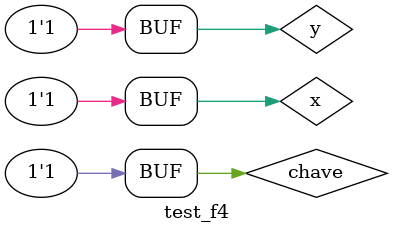
<source format=v>
 
module f4 (output s, input a, input b, input chave); 
	wire s0; 
	wire s1;
	wire notchave;
	
	not(notchave, chave);
	or or1(s0, a, b);
	
	and and1(s1, a, b);

	assign s = chave? s0: s1;

endmodule // f4 
 
module test_f4; 
// ------------------------- definir dados 
       reg x; 
       reg y; 
       wire z; 
		 reg chave;
 
       f4 modulo (z, x, y, chave);
 
// ------------------------- parte principal 
 
   initial begin 
         $display("Exemplo0032 - Thais Mairink - 441710"); 
         $display("Test LU's module"); 
			
			  chave = 1;
           x = 1'b0;       y = 1'b0; 
 
   // projetar testes do modulo 
   #1   $monitor("%3b %3b = %3b \tChave = %3b",x,y,z,chave); 
	#1	  chave = 0; 
	#1   x = 1'b0;  y = 1'b1; 
	#1	  chave = 1; 
	#1   x = 1'b1;  y = 1'b0;
	#1	  chave = 0; 
	#1   x = 1'b1;  y = 1'b1;
	#1	  chave = 1;
 
   end 
 
endmodule // test_f4
</source>
